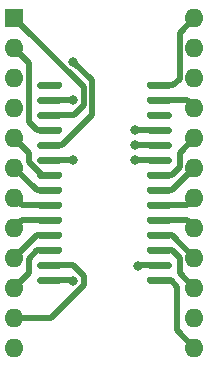
<source format=gbr>
%TF.GenerationSoftware,KiCad,Pcbnew,(5.1.6)-1*%
%TF.CreationDate,2021-05-02T13:18:50+02:00*%
%TF.ProjectId,cal-fram,63616c2d-6672-4616-9d2e-6b696361645f,rev?*%
%TF.SameCoordinates,Original*%
%TF.FileFunction,Copper,L1,Top*%
%TF.FilePolarity,Positive*%
%FSLAX46Y46*%
G04 Gerber Fmt 4.6, Leading zero omitted, Abs format (unit mm)*
G04 Created by KiCad (PCBNEW (5.1.6)-1) date 2021-05-02 13:18:50*
%MOMM*%
%LPD*%
G01*
G04 APERTURE LIST*
%TA.AperFunction,ComponentPad*%
%ADD10O,1.600000X1.600000*%
%TD*%
%TA.AperFunction,ComponentPad*%
%ADD11R,1.600000X1.600000*%
%TD*%
%TA.AperFunction,ViaPad*%
%ADD12C,0.800000*%
%TD*%
%TA.AperFunction,Conductor*%
%ADD13C,0.500000*%
%TD*%
G04 APERTURE END LIST*
%TO.P,U1,28*%
%TO.N,Net-(J1-Pad24)*%
%TA.AperFunction,SMDPad,CuDef*%
G36*
G01*
X156250000Y-75865000D02*
X156250000Y-75565000D01*
G75*
G02*
X156400000Y-75415000I150000J0D01*
G01*
X158150000Y-75415000D01*
G75*
G02*
X158300000Y-75565000I0J-150000D01*
G01*
X158300000Y-75865000D01*
G75*
G02*
X158150000Y-76015000I-150000J0D01*
G01*
X156400000Y-76015000D01*
G75*
G02*
X156250000Y-75865000I0J150000D01*
G01*
G37*
%TD.AperFunction*%
%TO.P,U1,27*%
%TO.N,Net-(J1-Pad21)*%
%TA.AperFunction,SMDPad,CuDef*%
G36*
G01*
X156250000Y-77135000D02*
X156250000Y-76835000D01*
G75*
G02*
X156400000Y-76685000I150000J0D01*
G01*
X158150000Y-76685000D01*
G75*
G02*
X158300000Y-76835000I0J-150000D01*
G01*
X158300000Y-77135000D01*
G75*
G02*
X158150000Y-77285000I-150000J0D01*
G01*
X156400000Y-77285000D01*
G75*
G02*
X156250000Y-77135000I0J150000D01*
G01*
G37*
%TD.AperFunction*%
%TO.P,U1,26*%
%TO.N,N/C*%
%TA.AperFunction,SMDPad,CuDef*%
G36*
G01*
X156250000Y-78405000D02*
X156250000Y-78105000D01*
G75*
G02*
X156400000Y-77955000I150000J0D01*
G01*
X158150000Y-77955000D01*
G75*
G02*
X158300000Y-78105000I0J-150000D01*
G01*
X158300000Y-78405000D01*
G75*
G02*
X158150000Y-78555000I-150000J0D01*
G01*
X156400000Y-78555000D01*
G75*
G02*
X156250000Y-78405000I0J150000D01*
G01*
G37*
%TD.AperFunction*%
%TO.P,U1,25*%
%TO.N,Net-(J1-Pad23)*%
%TA.AperFunction,SMDPad,CuDef*%
G36*
G01*
X156250000Y-79675000D02*
X156250000Y-79375000D01*
G75*
G02*
X156400000Y-79225000I150000J0D01*
G01*
X158150000Y-79225000D01*
G75*
G02*
X158300000Y-79375000I0J-150000D01*
G01*
X158300000Y-79675000D01*
G75*
G02*
X158150000Y-79825000I-150000J0D01*
G01*
X156400000Y-79825000D01*
G75*
G02*
X156250000Y-79675000I0J150000D01*
G01*
G37*
%TD.AperFunction*%
%TO.P,U1,24*%
%TO.N,Net-(J1-Pad22)*%
%TA.AperFunction,SMDPad,CuDef*%
G36*
G01*
X156250000Y-80945000D02*
X156250000Y-80645000D01*
G75*
G02*
X156400000Y-80495000I150000J0D01*
G01*
X158150000Y-80495000D01*
G75*
G02*
X158300000Y-80645000I0J-150000D01*
G01*
X158300000Y-80945000D01*
G75*
G02*
X158150000Y-81095000I-150000J0D01*
G01*
X156400000Y-81095000D01*
G75*
G02*
X156250000Y-80945000I0J150000D01*
G01*
G37*
%TD.AperFunction*%
%TO.P,U1,23*%
%TO.N,GND*%
%TA.AperFunction,SMDPad,CuDef*%
G36*
G01*
X156250000Y-82215000D02*
X156250000Y-81915000D01*
G75*
G02*
X156400000Y-81765000I150000J0D01*
G01*
X158150000Y-81765000D01*
G75*
G02*
X158300000Y-81915000I0J-150000D01*
G01*
X158300000Y-82215000D01*
G75*
G02*
X158150000Y-82365000I-150000J0D01*
G01*
X156400000Y-82365000D01*
G75*
G02*
X156250000Y-82215000I0J150000D01*
G01*
G37*
%TD.AperFunction*%
%TO.P,U1,22*%
%TO.N,Net-(J1-Pad20)*%
%TA.AperFunction,SMDPad,CuDef*%
G36*
G01*
X156250000Y-83485000D02*
X156250000Y-83185000D01*
G75*
G02*
X156400000Y-83035000I150000J0D01*
G01*
X158150000Y-83035000D01*
G75*
G02*
X158300000Y-83185000I0J-150000D01*
G01*
X158300000Y-83485000D01*
G75*
G02*
X158150000Y-83635000I-150000J0D01*
G01*
X156400000Y-83635000D01*
G75*
G02*
X156250000Y-83485000I0J150000D01*
G01*
G37*
%TD.AperFunction*%
%TO.P,U1,21*%
%TO.N,Net-(J1-Pad19)*%
%TA.AperFunction,SMDPad,CuDef*%
G36*
G01*
X156250000Y-84755000D02*
X156250000Y-84455000D01*
G75*
G02*
X156400000Y-84305000I150000J0D01*
G01*
X158150000Y-84305000D01*
G75*
G02*
X158300000Y-84455000I0J-150000D01*
G01*
X158300000Y-84755000D01*
G75*
G02*
X158150000Y-84905000I-150000J0D01*
G01*
X156400000Y-84905000D01*
G75*
G02*
X156250000Y-84755000I0J150000D01*
G01*
G37*
%TD.AperFunction*%
%TO.P,U1,20*%
%TO.N,Net-(J1-Pad18)*%
%TA.AperFunction,SMDPad,CuDef*%
G36*
G01*
X156250000Y-86025000D02*
X156250000Y-85725000D01*
G75*
G02*
X156400000Y-85575000I150000J0D01*
G01*
X158150000Y-85575000D01*
G75*
G02*
X158300000Y-85725000I0J-150000D01*
G01*
X158300000Y-86025000D01*
G75*
G02*
X158150000Y-86175000I-150000J0D01*
G01*
X156400000Y-86175000D01*
G75*
G02*
X156250000Y-86025000I0J150000D01*
G01*
G37*
%TD.AperFunction*%
%TO.P,U1,19*%
%TO.N,Net-(J1-Pad17)*%
%TA.AperFunction,SMDPad,CuDef*%
G36*
G01*
X156250000Y-87295000D02*
X156250000Y-86995000D01*
G75*
G02*
X156400000Y-86845000I150000J0D01*
G01*
X158150000Y-86845000D01*
G75*
G02*
X158300000Y-86995000I0J-150000D01*
G01*
X158300000Y-87295000D01*
G75*
G02*
X158150000Y-87445000I-150000J0D01*
G01*
X156400000Y-87445000D01*
G75*
G02*
X156250000Y-87295000I0J150000D01*
G01*
G37*
%TD.AperFunction*%
%TO.P,U1,18*%
%TO.N,Net-(J1-Pad16)*%
%TA.AperFunction,SMDPad,CuDef*%
G36*
G01*
X156250000Y-88565000D02*
X156250000Y-88265000D01*
G75*
G02*
X156400000Y-88115000I150000J0D01*
G01*
X158150000Y-88115000D01*
G75*
G02*
X158300000Y-88265000I0J-150000D01*
G01*
X158300000Y-88565000D01*
G75*
G02*
X158150000Y-88715000I-150000J0D01*
G01*
X156400000Y-88715000D01*
G75*
G02*
X156250000Y-88565000I0J150000D01*
G01*
G37*
%TD.AperFunction*%
%TO.P,U1,17*%
%TO.N,Net-(J1-Pad15)*%
%TA.AperFunction,SMDPad,CuDef*%
G36*
G01*
X156250000Y-89835000D02*
X156250000Y-89535000D01*
G75*
G02*
X156400000Y-89385000I150000J0D01*
G01*
X158150000Y-89385000D01*
G75*
G02*
X158300000Y-89535000I0J-150000D01*
G01*
X158300000Y-89835000D01*
G75*
G02*
X158150000Y-89985000I-150000J0D01*
G01*
X156400000Y-89985000D01*
G75*
G02*
X156250000Y-89835000I0J150000D01*
G01*
G37*
%TD.AperFunction*%
%TO.P,U1,16*%
%TO.N,Net-(J1-Pad14)*%
%TA.AperFunction,SMDPad,CuDef*%
G36*
G01*
X156250000Y-91105000D02*
X156250000Y-90805000D01*
G75*
G02*
X156400000Y-90655000I150000J0D01*
G01*
X158150000Y-90655000D01*
G75*
G02*
X158300000Y-90805000I0J-150000D01*
G01*
X158300000Y-91105000D01*
G75*
G02*
X158150000Y-91255000I-150000J0D01*
G01*
X156400000Y-91255000D01*
G75*
G02*
X156250000Y-91105000I0J150000D01*
G01*
G37*
%TD.AperFunction*%
%TO.P,U1,15*%
%TO.N,Net-(J1-Pad13)*%
%TA.AperFunction,SMDPad,CuDef*%
G36*
G01*
X156250000Y-92375000D02*
X156250000Y-92075000D01*
G75*
G02*
X156400000Y-91925000I150000J0D01*
G01*
X158150000Y-91925000D01*
G75*
G02*
X158300000Y-92075000I0J-150000D01*
G01*
X158300000Y-92375000D01*
G75*
G02*
X158150000Y-92525000I-150000J0D01*
G01*
X156400000Y-92525000D01*
G75*
G02*
X156250000Y-92375000I0J150000D01*
G01*
G37*
%TD.AperFunction*%
%TO.P,U1,14*%
%TO.N,GND*%
%TA.AperFunction,SMDPad,CuDef*%
G36*
G01*
X146950000Y-92375000D02*
X146950000Y-92075000D01*
G75*
G02*
X147100000Y-91925000I150000J0D01*
G01*
X148850000Y-91925000D01*
G75*
G02*
X149000000Y-92075000I0J-150000D01*
G01*
X149000000Y-92375000D01*
G75*
G02*
X148850000Y-92525000I-150000J0D01*
G01*
X147100000Y-92525000D01*
G75*
G02*
X146950000Y-92375000I0J150000D01*
G01*
G37*
%TD.AperFunction*%
%TO.P,U1,13*%
%TO.N,Net-(J1-Pad11)*%
%TA.AperFunction,SMDPad,CuDef*%
G36*
G01*
X146950000Y-91105000D02*
X146950000Y-90805000D01*
G75*
G02*
X147100000Y-90655000I150000J0D01*
G01*
X148850000Y-90655000D01*
G75*
G02*
X149000000Y-90805000I0J-150000D01*
G01*
X149000000Y-91105000D01*
G75*
G02*
X148850000Y-91255000I-150000J0D01*
G01*
X147100000Y-91255000D01*
G75*
G02*
X146950000Y-91105000I0J150000D01*
G01*
G37*
%TD.AperFunction*%
%TO.P,U1,12*%
%TO.N,Net-(J1-Pad10)*%
%TA.AperFunction,SMDPad,CuDef*%
G36*
G01*
X146950000Y-89835000D02*
X146950000Y-89535000D01*
G75*
G02*
X147100000Y-89385000I150000J0D01*
G01*
X148850000Y-89385000D01*
G75*
G02*
X149000000Y-89535000I0J-150000D01*
G01*
X149000000Y-89835000D01*
G75*
G02*
X148850000Y-89985000I-150000J0D01*
G01*
X147100000Y-89985000D01*
G75*
G02*
X146950000Y-89835000I0J150000D01*
G01*
G37*
%TD.AperFunction*%
%TO.P,U1,11*%
%TO.N,Net-(J1-Pad9)*%
%TA.AperFunction,SMDPad,CuDef*%
G36*
G01*
X146950000Y-88565000D02*
X146950000Y-88265000D01*
G75*
G02*
X147100000Y-88115000I150000J0D01*
G01*
X148850000Y-88115000D01*
G75*
G02*
X149000000Y-88265000I0J-150000D01*
G01*
X149000000Y-88565000D01*
G75*
G02*
X148850000Y-88715000I-150000J0D01*
G01*
X147100000Y-88715000D01*
G75*
G02*
X146950000Y-88565000I0J150000D01*
G01*
G37*
%TD.AperFunction*%
%TO.P,U1,10*%
%TO.N,Net-(J1-Pad8)*%
%TA.AperFunction,SMDPad,CuDef*%
G36*
G01*
X146950000Y-87295000D02*
X146950000Y-86995000D01*
G75*
G02*
X147100000Y-86845000I150000J0D01*
G01*
X148850000Y-86845000D01*
G75*
G02*
X149000000Y-86995000I0J-150000D01*
G01*
X149000000Y-87295000D01*
G75*
G02*
X148850000Y-87445000I-150000J0D01*
G01*
X147100000Y-87445000D01*
G75*
G02*
X146950000Y-87295000I0J150000D01*
G01*
G37*
%TD.AperFunction*%
%TO.P,U1,9*%
%TO.N,Net-(J1-Pad7)*%
%TA.AperFunction,SMDPad,CuDef*%
G36*
G01*
X146950000Y-86025000D02*
X146950000Y-85725000D01*
G75*
G02*
X147100000Y-85575000I150000J0D01*
G01*
X148850000Y-85575000D01*
G75*
G02*
X149000000Y-85725000I0J-150000D01*
G01*
X149000000Y-86025000D01*
G75*
G02*
X148850000Y-86175000I-150000J0D01*
G01*
X147100000Y-86175000D01*
G75*
G02*
X146950000Y-86025000I0J150000D01*
G01*
G37*
%TD.AperFunction*%
%TO.P,U1,8*%
%TO.N,Net-(J1-Pad6)*%
%TA.AperFunction,SMDPad,CuDef*%
G36*
G01*
X146950000Y-84755000D02*
X146950000Y-84455000D01*
G75*
G02*
X147100000Y-84305000I150000J0D01*
G01*
X148850000Y-84305000D01*
G75*
G02*
X149000000Y-84455000I0J-150000D01*
G01*
X149000000Y-84755000D01*
G75*
G02*
X148850000Y-84905000I-150000J0D01*
G01*
X147100000Y-84905000D01*
G75*
G02*
X146950000Y-84755000I0J150000D01*
G01*
G37*
%TD.AperFunction*%
%TO.P,U1,7*%
%TO.N,Net-(J1-Pad5)*%
%TA.AperFunction,SMDPad,CuDef*%
G36*
G01*
X146950000Y-83485000D02*
X146950000Y-83185000D01*
G75*
G02*
X147100000Y-83035000I150000J0D01*
G01*
X148850000Y-83035000D01*
G75*
G02*
X149000000Y-83185000I0J-150000D01*
G01*
X149000000Y-83485000D01*
G75*
G02*
X148850000Y-83635000I-150000J0D01*
G01*
X147100000Y-83635000D01*
G75*
G02*
X146950000Y-83485000I0J150000D01*
G01*
G37*
%TD.AperFunction*%
%TO.P,U1,6*%
%TO.N,Net-(J1-Pad4)*%
%TA.AperFunction,SMDPad,CuDef*%
G36*
G01*
X146950000Y-82215000D02*
X146950000Y-81915000D01*
G75*
G02*
X147100000Y-81765000I150000J0D01*
G01*
X148850000Y-81765000D01*
G75*
G02*
X149000000Y-81915000I0J-150000D01*
G01*
X149000000Y-82215000D01*
G75*
G02*
X148850000Y-82365000I-150000J0D01*
G01*
X147100000Y-82365000D01*
G75*
G02*
X146950000Y-82215000I0J150000D01*
G01*
G37*
%TD.AperFunction*%
%TO.P,U1,5*%
%TO.N,Net-(J1-Pad3)*%
%TA.AperFunction,SMDPad,CuDef*%
G36*
G01*
X146950000Y-80945000D02*
X146950000Y-80645000D01*
G75*
G02*
X147100000Y-80495000I150000J0D01*
G01*
X148850000Y-80495000D01*
G75*
G02*
X149000000Y-80645000I0J-150000D01*
G01*
X149000000Y-80945000D01*
G75*
G02*
X148850000Y-81095000I-150000J0D01*
G01*
X147100000Y-81095000D01*
G75*
G02*
X146950000Y-80945000I0J150000D01*
G01*
G37*
%TD.AperFunction*%
%TO.P,U1,4*%
%TO.N,Net-(J1-Pad2)*%
%TA.AperFunction,SMDPad,CuDef*%
G36*
G01*
X146950000Y-79675000D02*
X146950000Y-79375000D01*
G75*
G02*
X147100000Y-79225000I150000J0D01*
G01*
X148850000Y-79225000D01*
G75*
G02*
X149000000Y-79375000I0J-150000D01*
G01*
X149000000Y-79675000D01*
G75*
G02*
X148850000Y-79825000I-150000J0D01*
G01*
X147100000Y-79825000D01*
G75*
G02*
X146950000Y-79675000I0J150000D01*
G01*
G37*
%TD.AperFunction*%
%TO.P,U1,3*%
%TO.N,Net-(J1-Pad1)*%
%TA.AperFunction,SMDPad,CuDef*%
G36*
G01*
X146950000Y-78405000D02*
X146950000Y-78105000D01*
G75*
G02*
X147100000Y-77955000I150000J0D01*
G01*
X148850000Y-77955000D01*
G75*
G02*
X149000000Y-78105000I0J-150000D01*
G01*
X149000000Y-78405000D01*
G75*
G02*
X148850000Y-78555000I-150000J0D01*
G01*
X147100000Y-78555000D01*
G75*
G02*
X146950000Y-78405000I0J150000D01*
G01*
G37*
%TD.AperFunction*%
%TO.P,U1,2*%
%TO.N,GND*%
%TA.AperFunction,SMDPad,CuDef*%
G36*
G01*
X146950000Y-77135000D02*
X146950000Y-76835000D01*
G75*
G02*
X147100000Y-76685000I150000J0D01*
G01*
X148850000Y-76685000D01*
G75*
G02*
X149000000Y-76835000I0J-150000D01*
G01*
X149000000Y-77135000D01*
G75*
G02*
X148850000Y-77285000I-150000J0D01*
G01*
X147100000Y-77285000D01*
G75*
G02*
X146950000Y-77135000I0J150000D01*
G01*
G37*
%TD.AperFunction*%
%TO.P,U1,1*%
%TO.N,N/C*%
%TA.AperFunction,SMDPad,CuDef*%
G36*
G01*
X146950000Y-75865000D02*
X146950000Y-75565000D01*
G75*
G02*
X147100000Y-75415000I150000J0D01*
G01*
X148850000Y-75415000D01*
G75*
G02*
X149000000Y-75565000I0J-150000D01*
G01*
X149000000Y-75865000D01*
G75*
G02*
X148850000Y-76015000I-150000J0D01*
G01*
X147100000Y-76015000D01*
G75*
G02*
X146950000Y-75865000I0J150000D01*
G01*
G37*
%TD.AperFunction*%
%TD*%
D10*
%TO.P,J1,24*%
%TO.N,Net-(J1-Pad24)*%
X160240000Y-70000000D03*
%TO.P,J1,12*%
%TO.N,GND*%
X145000000Y-97940000D03*
%TO.P,J1,23*%
%TO.N,Net-(J1-Pad23)*%
X160240000Y-72540000D03*
%TO.P,J1,11*%
%TO.N,Net-(J1-Pad11)*%
X145000000Y-95400000D03*
%TO.P,J1,22*%
%TO.N,Net-(J1-Pad22)*%
X160240000Y-75080000D03*
%TO.P,J1,10*%
%TO.N,Net-(J1-Pad10)*%
X145000000Y-92860000D03*
%TO.P,J1,21*%
%TO.N,Net-(J1-Pad21)*%
X160240000Y-77620000D03*
%TO.P,J1,9*%
%TO.N,Net-(J1-Pad9)*%
X145000000Y-90320000D03*
%TO.P,J1,20*%
%TO.N,Net-(J1-Pad20)*%
X160240000Y-80160000D03*
%TO.P,J1,8*%
%TO.N,Net-(J1-Pad8)*%
X145000000Y-87780000D03*
%TO.P,J1,19*%
%TO.N,Net-(J1-Pad19)*%
X160240000Y-82700000D03*
%TO.P,J1,7*%
%TO.N,Net-(J1-Pad7)*%
X145000000Y-85240000D03*
%TO.P,J1,18*%
%TO.N,Net-(J1-Pad18)*%
X160240000Y-85240000D03*
%TO.P,J1,6*%
%TO.N,Net-(J1-Pad6)*%
X145000000Y-82700000D03*
%TO.P,J1,17*%
%TO.N,Net-(J1-Pad17)*%
X160240000Y-87780000D03*
%TO.P,J1,5*%
%TO.N,Net-(J1-Pad5)*%
X145000000Y-80160000D03*
%TO.P,J1,16*%
%TO.N,Net-(J1-Pad16)*%
X160240000Y-90320000D03*
%TO.P,J1,4*%
%TO.N,Net-(J1-Pad4)*%
X145000000Y-77620000D03*
%TO.P,J1,15*%
%TO.N,Net-(J1-Pad15)*%
X160240000Y-92860000D03*
%TO.P,J1,3*%
%TO.N,Net-(J1-Pad3)*%
X145000000Y-75080000D03*
%TO.P,J1,14*%
%TO.N,Net-(J1-Pad14)*%
X160240000Y-95400000D03*
%TO.P,J1,2*%
%TO.N,Net-(J1-Pad2)*%
X145000000Y-72540000D03*
%TO.P,J1,13*%
%TO.N,Net-(J1-Pad13)*%
X160240000Y-97940000D03*
D11*
%TO.P,J1,1*%
%TO.N,Net-(J1-Pad1)*%
X145000000Y-70000000D03*
%TD*%
D12*
%TO.N,GND*%
X150000000Y-92250000D03*
X150000000Y-77000000D03*
X155250000Y-82000000D03*
%TO.N,Net-(J1-Pad23)*%
X155250000Y-79500000D03*
%TO.N,Net-(J1-Pad22)*%
X155250000Y-80750000D03*
%TO.N,Net-(J1-Pad4)*%
X150000000Y-82000000D03*
%TO.N,Net-(J1-Pad3)*%
X150000000Y-73750000D03*
%TO.N,Net-(J1-Pad14)*%
X155500000Y-91000000D03*
%TD*%
D13*
%TO.N,Net-(J1-Pad24)*%
X157275000Y-75715000D02*
X158465000Y-75715000D01*
X158989999Y-71250001D02*
X160240000Y-70000000D01*
X158989999Y-75190001D02*
X158989999Y-71250001D01*
X158465000Y-75715000D02*
X158989999Y-75190001D01*
%TO.N,GND*%
X147975000Y-92225000D02*
X149975000Y-92225000D01*
X149975000Y-92225000D02*
X150000000Y-92250000D01*
X147975000Y-76985000D02*
X149985000Y-76985000D01*
X149985000Y-76985000D02*
X150000000Y-77000000D01*
X157275000Y-82065000D02*
X155315000Y-82065000D01*
X155315000Y-82065000D02*
X155250000Y-82000000D01*
%TO.N,Net-(J1-Pad23)*%
X157275000Y-79525000D02*
X155275000Y-79525000D01*
X155275000Y-79525000D02*
X155250000Y-79500000D01*
%TO.N,Net-(J1-Pad11)*%
X150850001Y-92658001D02*
X148108002Y-95400000D01*
X149963002Y-90955000D02*
X150850001Y-91841999D01*
X148108002Y-95400000D02*
X145000000Y-95400000D01*
X150850001Y-91841999D02*
X150850001Y-92658001D01*
X147975000Y-90955000D02*
X149963002Y-90955000D01*
%TO.N,Net-(J1-Pad22)*%
X157275000Y-80795000D02*
X155295000Y-80795000D01*
X155295000Y-80795000D02*
X155250000Y-80750000D01*
%TO.N,Net-(J1-Pad10)*%
X146250001Y-91609999D02*
X145000000Y-92860000D01*
X146250001Y-90384999D02*
X146250001Y-91609999D01*
X146950000Y-89685000D02*
X146250001Y-90384999D01*
X147975000Y-89685000D02*
X146950000Y-89685000D01*
%TO.N,Net-(J1-Pad21)*%
X159605000Y-76985000D02*
X157275000Y-76985000D01*
X160240000Y-77620000D02*
X159605000Y-76985000D01*
%TO.N,Net-(J1-Pad9)*%
X146905000Y-88415000D02*
X145000000Y-90320000D01*
X147975000Y-88415000D02*
X146905000Y-88415000D01*
%TO.N,Net-(J1-Pad20)*%
X158989999Y-81410001D02*
X160240000Y-80160000D01*
X158989999Y-82645001D02*
X158989999Y-81410001D01*
X158300000Y-83335000D02*
X158989999Y-82645001D01*
X157275000Y-83335000D02*
X158300000Y-83335000D01*
%TO.N,Net-(J1-Pad8)*%
X145635000Y-87145000D02*
X145000000Y-87780000D01*
X147975000Y-87145000D02*
X145635000Y-87145000D01*
%TO.N,Net-(J1-Pad19)*%
X158335000Y-84605000D02*
X160240000Y-82700000D01*
X157275000Y-84605000D02*
X158335000Y-84605000D01*
%TO.N,Net-(J1-Pad7)*%
X145635000Y-85875000D02*
X145000000Y-85240000D01*
X147975000Y-85875000D02*
X145635000Y-85875000D01*
%TO.N,Net-(J1-Pad18)*%
X159605000Y-85875000D02*
X160240000Y-85240000D01*
X157275000Y-85875000D02*
X159605000Y-85875000D01*
%TO.N,Net-(J1-Pad6)*%
X146905000Y-84605000D02*
X145000000Y-82700000D01*
X147975000Y-84605000D02*
X146905000Y-84605000D01*
%TO.N,Net-(J1-Pad17)*%
X159605000Y-87145000D02*
X160240000Y-87780000D01*
X157275000Y-87145000D02*
X159605000Y-87145000D01*
%TO.N,Net-(J1-Pad5)*%
X147371456Y-83335000D02*
X147975000Y-83335000D01*
X146250001Y-82213545D02*
X147371456Y-83335000D01*
X146250001Y-81410001D02*
X146250001Y-82213545D01*
X145000000Y-80160000D02*
X146250001Y-81410001D01*
%TO.N,Net-(J1-Pad16)*%
X158335000Y-88415000D02*
X160240000Y-90320000D01*
X157275000Y-88415000D02*
X158335000Y-88415000D01*
%TO.N,Net-(J1-Pad4)*%
X147975000Y-82065000D02*
X149935000Y-82065000D01*
X149935000Y-82065000D02*
X150000000Y-82000000D01*
%TO.N,Net-(J1-Pad15)*%
X158989999Y-91609999D02*
X160240000Y-92860000D01*
X158989999Y-90374999D02*
X158989999Y-91609999D01*
X158300000Y-89685000D02*
X158989999Y-90374999D01*
X157275000Y-89685000D02*
X158300000Y-89685000D01*
%TO.N,Net-(J1-Pad3)*%
X149000000Y-80795000D02*
X147975000Y-80795000D01*
X151550011Y-78244989D02*
X149000000Y-80795000D01*
X151550011Y-75300011D02*
X151550011Y-78244989D01*
X150000000Y-73750000D02*
X151550011Y-75300011D01*
%TO.N,Net-(J1-Pad14)*%
X157275000Y-90955000D02*
X155545000Y-90955000D01*
X155545000Y-90955000D02*
X155500000Y-91000000D01*
%TO.N,Net-(J1-Pad2)*%
X146250001Y-73790001D02*
X145000000Y-72540000D01*
X146250001Y-78825001D02*
X146250001Y-73790001D01*
X146950000Y-79525000D02*
X146250001Y-78825001D01*
X147975000Y-79525000D02*
X146950000Y-79525000D01*
%TO.N,Net-(J1-Pad13)*%
X158750000Y-96450000D02*
X160240000Y-97940000D01*
X158750000Y-92750000D02*
X158750000Y-96450000D01*
X157275000Y-92225000D02*
X158225000Y-92225000D01*
X158225000Y-92225000D02*
X158750000Y-92750000D01*
%TO.N,Net-(J1-Pad1)*%
X150003002Y-78255000D02*
X150850001Y-77408001D01*
X150850001Y-75850001D02*
X145000000Y-70000000D01*
X150850001Y-77408001D02*
X150850001Y-75850001D01*
X147975000Y-78255000D02*
X150003002Y-78255000D01*
%TD*%
M02*

</source>
